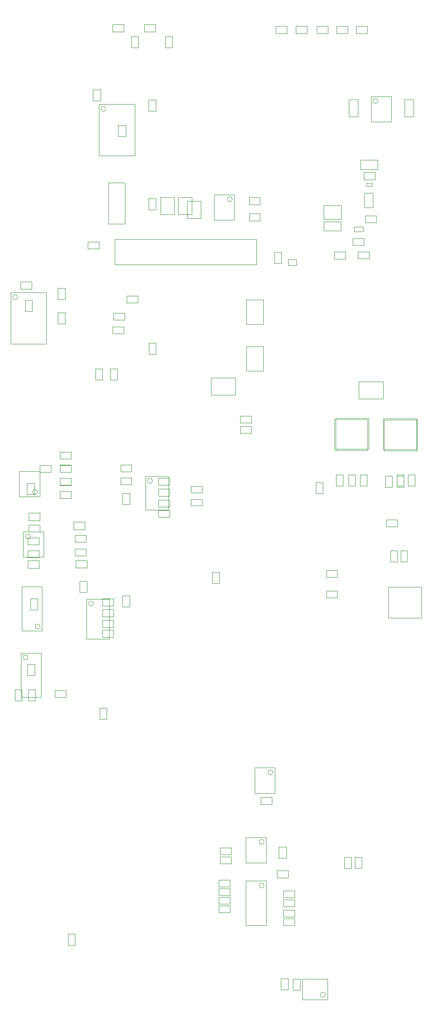
<source format=gbr>
G04 Layer_Color=16711935*
%FSLAX26Y26*%
%MOIN*%
%TF.FileFunction,Other,Mechanical_13*%
%TF.Part,Single*%
G01*
G75*
%TA.AperFunction,NonConductor*%
%ADD75C,0.003937*%
D75*
X2566001Y-1761056D02*
G03*
X2566001Y-1761056I-19685J0D01*
G01*
X2089623Y-910662D02*
G03*
X2089623Y-910662I-19685J0D01*
G01*
X2158521Y-31725D02*
G03*
X2158521Y-31725I-19685J0D01*
G01*
X2089623Y-572079D02*
G03*
X2089623Y-572079I-19685J0D01*
G01*
X1841591Y4423984D02*
G03*
X1841591Y4423984I-19685J0D01*
G01*
X269741Y1801740D02*
G03*
X269741Y1801740I-19685J0D01*
G01*
X345725Y1101543D02*
G03*
X345725Y1101543I-19685J0D01*
G01*
X857339Y5125755D02*
G03*
X857339Y5125755I-19685J0D01*
G01*
X325843Y2148393D02*
G03*
X325843Y2148393I-19685J0D01*
G01*
X251040Y862173D02*
G03*
X251040Y862173I-19685J0D01*
G01*
X170332Y3662566D02*
G03*
X170332Y3662566I-19685J0D01*
G01*
X1220528Y2234220D02*
G03*
X1220528Y2234220I-19685J0D01*
G01*
X760883Y1280283D02*
G03*
X760883Y1280283I-19685J0D01*
G01*
X2976678Y5186582D02*
G03*
X2976678Y5186582I-19685J0D01*
G01*
X616578Y-1373308D02*
X616578Y-1286694D01*
X563428Y-1373308D02*
X563428Y-1286694D01*
X563428Y-1373308D02*
X616578Y-1373308D01*
X563428Y-1286694D02*
X616578Y-1286694D01*
X926432Y3916504D02*
X926432Y4113354D01*
X926432Y3916504D02*
X2028796Y3916504D01*
X2028796Y4113354D01*
X926432Y4113354D02*
X2028796Y4113354D01*
X1266790Y2253708D02*
X1353404Y2253708D01*
X1266790Y2200558D02*
X1353404Y2200558D01*
X1353404Y2253708D01*
X1266790Y2200558D02*
X1266790Y2253708D01*
X2712654Y-776802D02*
X2712654Y-690188D01*
X2765804Y-776802D02*
X2765804Y-690188D01*
X2712654Y-690188D02*
X2765804Y-690188D01*
X2712654Y-776802D02*
X2765804Y-776802D01*
X2797298Y-776802D02*
X2850448Y-776802D01*
X2797298Y-690188D02*
X2850448Y-690188D01*
X2850448Y-776802D02*
X2850448Y-690188D01*
X2797298Y-776802D02*
X2797298Y-690188D01*
X2384898Y-1796488D02*
X2384898Y-1639008D01*
X2581748Y-1796488D02*
X2581748Y-1639008D01*
X2384898Y-1639008D02*
X2581748Y-1639008D01*
X2384898Y-1796488D02*
X2581748Y-1796488D01*
X2105370Y-1220702D02*
X2105370Y-876214D01*
X1947890Y-1220702D02*
X1947890Y-876214D01*
X2105370Y-876214D01*
X1947890Y-1220702D02*
X2105370Y-1220702D01*
X1246118Y3219258D02*
X1246118Y3305872D01*
X1192968Y3219258D02*
X1192968Y3305872D01*
X1192968Y3219258D02*
X1246118Y3219258D01*
X1192968Y3305872D02*
X1246118Y3305872D01*
X916394Y3484024D02*
X1003008Y3484024D01*
X916394Y3537172D02*
X1003008Y3537172D01*
X1003008Y3484024D02*
X1003008Y3537172D01*
X916394Y3484024D02*
X916394Y3537172D01*
X2963638Y4241896D02*
X2963638Y4295046D01*
X2877024Y4241896D02*
X2877024Y4295046D01*
X2963638Y4295046D01*
X2877024Y4241896D02*
X2963638Y4241896D01*
X2778364Y4066014D02*
X2778364Y4119164D01*
X2864978Y4066014D02*
X2864978Y4119164D01*
X2778364Y4066014D02*
X2864978Y4066014D01*
X2778364Y4119164D02*
X2864978Y4119164D01*
X2907978Y3961016D02*
X2907978Y4014166D01*
X2821362Y3961016D02*
X2821362Y4014166D01*
X2907978Y4014166D01*
X2821362Y3961016D02*
X2907978Y3961016D01*
X651632Y1368864D02*
X708718Y1368864D01*
X651632Y1455478D02*
X708718Y1455478D01*
X651632Y1368864D02*
X651632Y1455478D01*
X708718Y1368864D02*
X708718Y1455478D01*
X2277616Y3909378D02*
X2340608Y3909378D01*
X2277616Y3956622D02*
X2340608Y3956622D01*
X2340608Y3909378D02*
X2340608Y3956622D01*
X2277616Y3909378D02*
X2277616Y3956622D01*
X757928Y5187764D02*
X757928Y5274378D01*
X815014Y5187764D02*
X815014Y5274378D01*
X757928Y5274378D02*
X815014Y5274378D01*
X757928Y5187764D02*
X815014Y5187764D01*
X3038440Y1877724D02*
X3125054Y1877724D01*
X3038440Y1930872D02*
X3125054Y1930872D01*
X3125054Y1877724D02*
X3125054Y1930872D01*
X3038440Y1877724D02*
X3038440Y1930872D01*
X2573876Y1326544D02*
X2660490Y1326544D01*
X2573876Y1379694D02*
X2660490Y1379694D01*
X2573876Y1326544D02*
X2573876Y1379694D01*
X2660490Y1326544D02*
X2660490Y1379694D01*
X2573872Y1537174D02*
X2660486Y1537174D01*
X2573872Y1484024D02*
X2660486Y1484024D01*
X2660486Y1537174D01*
X2573872Y1484024D02*
X2573872Y1537174D01*
X2492182Y2136582D02*
X2492182Y2223196D01*
X2545332Y2136582D02*
X2545332Y2223196D01*
X2492182Y2223196D02*
X2545332Y2223196D01*
X2492182Y2136582D02*
X2545332Y2136582D01*
X1904584Y2737958D02*
X1991198Y2737958D01*
X1904584Y2684808D02*
X1991198Y2684808D01*
X1991198Y2737958D01*
X1904584Y2684808D02*
X1904584Y2737958D01*
X1904584Y2606072D02*
X1991198Y2606072D01*
X1904584Y2659222D02*
X1991198Y2659222D01*
X1904584Y2606072D02*
X1904584Y2659222D01*
X1991198Y2606072D02*
X1991198Y2659222D01*
X2313048Y-1725622D02*
X2370136Y-1725622D01*
X2313048Y-1639008D02*
X2370136Y-1639008D01*
X2370136Y-1725622D02*
X2370136Y-1639008D01*
X2313048Y-1725622D02*
X2313048Y-1639008D01*
X2218560Y-1721686D02*
X2275648Y-1721686D01*
X2218560Y-1635072D02*
X2275648Y-1635072D01*
X2275648Y-1721686D02*
X2275648Y-1635072D01*
X2218560Y-1721686D02*
X2218560Y-1635072D01*
X149664Y526344D02*
X202812Y526344D01*
X149664Y612958D02*
X202812Y612958D01*
X202812Y526344D02*
X202812Y612958D01*
X149664Y526344D02*
X149664Y612958D01*
X1055174Y5601148D02*
X1055174Y5687764D01*
X1108324Y5601148D02*
X1108324Y5687764D01*
X1055174Y5687764D02*
X1108324Y5687764D01*
X1055174Y5601148D02*
X1108324Y5601148D01*
X809094Y382284D02*
X862244Y382284D01*
X809094Y468898D02*
X862244Y468898D01*
X809094Y382284D02*
X809094Y468898D01*
X862244Y382284D02*
X862244Y468898D01*
X1685096Y1524378D02*
X1738246Y1524378D01*
X1685096Y1437764D02*
X1738246Y1437764D01*
X1738246Y1524378D01*
X1685096Y1437764D02*
X1685096Y1524378D01*
X2062364Y-225868D02*
X2148978Y-225868D01*
X2062364Y-282954D02*
X2148978Y-282954D01*
X2148978Y-225868D01*
X2062364Y-282954D02*
X2062364Y-225868D01*
X2016786Y-193142D02*
X2174266Y-193142D01*
X2016786Y3708D02*
X2174266Y3708D01*
X2016786Y-193142D02*
X2016786Y3708D01*
X2174266Y-193142D02*
X2174266Y3708D01*
X2190016Y-793536D02*
X2276630Y-793536D01*
X2190016Y-850624D02*
X2276630Y-850624D01*
X2276630Y-793536D01*
X2190016Y-850624D02*
X2190016Y-793536D01*
X2261868Y-698062D02*
X2261868Y-611448D01*
X2204780Y-698062D02*
X2204780Y-611448D01*
X2204780Y-698062D02*
X2261868Y-698062D01*
X2204780Y-611448D02*
X2261868Y-611448D01*
X1747102Y-671488D02*
X1833716Y-671488D01*
X1747102Y-618338D02*
X1833716Y-618338D01*
X1747102Y-671488D02*
X1747102Y-618338D01*
X1833716Y-671488D02*
X1833716Y-618338D01*
X1747104Y-687236D02*
X1833718Y-687236D01*
X1747104Y-740386D02*
X1833718Y-740386D01*
X1833718Y-687236D01*
X1747104Y-740386D02*
X1747104Y-687236D01*
X1735294Y-868336D02*
X1821908Y-868336D01*
X1735294Y-921486D02*
X1821908Y-921486D01*
X1821908Y-868336D01*
X1735294Y-921486D02*
X1735294Y-868336D01*
X1735292Y-988418D02*
X1821906Y-988418D01*
X1735292Y-935268D02*
X1821906Y-935268D01*
X1735292Y-988418D02*
X1735292Y-935268D01*
X1821906Y-988418D02*
X1821906Y-935268D01*
X1735292Y-1002196D02*
X1821906Y-1002196D01*
X1735292Y-1055346D02*
X1821906Y-1055346D01*
X1821906Y-1002196D01*
X1735292Y-1055346D02*
X1735292Y-1002196D01*
X1735292Y-1122278D02*
X1821906Y-1122278D01*
X1735292Y-1069128D02*
X1821906Y-1069128D01*
X1735292Y-1122278D02*
X1735292Y-1069128D01*
X1821906Y-1122278D02*
X1821906Y-1069128D01*
X2239230Y-952986D02*
X2325844Y-952986D01*
X2239230Y-1006136D02*
X2325844Y-1006136D01*
X2325844Y-952986D01*
X2239230Y-1006136D02*
X2239230Y-952986D01*
X2239228Y-1153772D02*
X2325842Y-1153772D01*
X2239228Y-1100622D02*
X2325842Y-1100622D01*
X2239228Y-1153772D02*
X2239228Y-1100622D01*
X2325842Y-1153772D02*
X2325842Y-1100622D01*
X2239230Y-1169518D02*
X2325844Y-1169518D01*
X2239230Y-1222668D02*
X2325844Y-1222668D01*
X2325844Y-1169518D01*
X2239230Y-1222668D02*
X2239230Y-1169518D01*
X2239228Y-1075034D02*
X2325842Y-1075034D01*
X2239228Y-1021884D02*
X2325842Y-1021884D01*
X2239228Y-1075034D02*
X2239228Y-1021884D01*
X2325842Y-1075034D02*
X2325842Y-1021884D01*
X1947890Y-733496D02*
X2105370Y-733496D01*
X1947890Y-536646D02*
X2105370Y-536646D01*
X1947890Y-733496D02*
X1947890Y-536646D01*
X2105370Y-733496D02*
X2105370Y-536646D01*
X546316Y550954D02*
X546316Y604102D01*
X459702Y550954D02*
X459702Y604102D01*
X459702Y550954D02*
X546316Y550954D01*
X459702Y604102D02*
X546316Y604102D01*
X1248088Y5109022D02*
X1248088Y5195636D01*
X1191002Y5109022D02*
X1191002Y5195636D01*
X1248088Y5195636D01*
X1191002Y5109022D02*
X1248088Y5109022D01*
X954778Y4998784D02*
X1011864Y4998784D01*
X954778Y4912170D02*
X1011864Y4912170D01*
X954778Y4912170D02*
X954778Y4998784D01*
X1011864Y4912170D02*
X1011864Y4998784D01*
X191984Y3782644D02*
X278598Y3782644D01*
X191984Y3725558D02*
X278598Y3725558D01*
X278598Y3782644D01*
X191984Y3725558D02*
X191984Y3782644D01*
X228402Y3639928D02*
X281552Y3639928D01*
X228402Y3553314D02*
X281552Y3553314D01*
X228402Y3553314D02*
X228402Y3639928D01*
X281552Y3553314D02*
X281552Y3639928D01*
X1521316Y2140322D02*
X1521316Y2193472D01*
X1607930Y2140322D02*
X1607930Y2193472D01*
X1521316Y2193472D02*
X1607930Y2193472D01*
X1521316Y2140322D02*
X1607930Y2140322D01*
X1521318Y2040322D02*
X1521318Y2093472D01*
X1607932Y2040322D02*
X1607932Y2093472D01*
X1521318Y2093472D02*
X1607932Y2093472D01*
X1521318Y2040322D02*
X1607932Y2040322D01*
X251040Y1613946D02*
X337654Y1613946D01*
X251040Y1556860D02*
X337654Y1556860D01*
X251040Y1556860D02*
X251040Y1613946D01*
X337654Y1556860D02*
X337654Y1613946D01*
X254978Y1838356D02*
X341592Y1838356D01*
X254978Y1891504D02*
X341592Y1891504D01*
X254978Y1838356D02*
X254978Y1891504D01*
X341592Y1838356D02*
X341592Y1891504D01*
X987124Y2051284D02*
X987124Y2137898D01*
X1044212Y2051284D02*
X1044212Y2137898D01*
X987124Y2051284D02*
X1044212Y2051284D01*
X987124Y2137898D02*
X1044212Y2137898D01*
X1676238Y2900362D02*
X1676238Y3034220D01*
X1865216Y2900362D02*
X1865216Y3034220D01*
X1676238Y2900362D02*
X1865216Y2900362D01*
X1676238Y3034220D02*
X1865216Y3034220D01*
X1699860Y4262566D02*
X1857340Y4262566D01*
X1699860Y4459418D02*
X1857340Y4459418D01*
X1699860Y4262566D02*
X1699860Y4459418D01*
X1857340Y4262566D02*
X1857340Y4459418D01*
X2058128Y4381660D02*
X2058128Y4438746D01*
X1971514Y4381660D02*
X1971514Y4438746D01*
X2058128Y4438746D01*
X1971514Y4381660D02*
X2058128Y4381660D01*
X2058126Y4253708D02*
X2058126Y4310794D01*
X1971512Y4253708D02*
X1971512Y4310794D01*
X2058126Y4310794D01*
X1971512Y4253708D02*
X2058126Y4253708D01*
X1489230Y4408236D02*
X1595530Y4408236D01*
X1489230Y4274378D02*
X1595530Y4274378D01*
X1489230Y4274378D02*
X1489230Y4408236D01*
X1595530Y4274378D02*
X1595530Y4408236D01*
X1156554Y5781266D02*
X1243168Y5781266D01*
X1156554Y5724180D02*
X1243168Y5724180D01*
X1243168Y5781266D01*
X1156554Y5724180D02*
X1156554Y5781266D01*
X2858320Y4171030D02*
X2858320Y4208432D01*
X2789422Y4171030D02*
X2789422Y4208432D01*
X2858320Y4208432D01*
X2789422Y4171030D02*
X2858320Y4171030D01*
X2951832Y4576542D02*
X2951832Y4633628D01*
X2865216Y4576542D02*
X2865216Y4633628D01*
X2951832Y4633628D01*
X2865216Y4576542D02*
X2951832Y4576542D01*
X2974602Y4656156D02*
X2974602Y4727022D01*
X2840742Y4656156D02*
X2840742Y4727022D01*
X2974602Y4727022D01*
X2840742Y4656156D02*
X2974602Y4656156D01*
X2635362Y3959048D02*
X2635362Y4016136D01*
X2721978Y3959048D02*
X2721978Y4016136D01*
X2635362Y3959048D02*
X2721978Y3959048D01*
X2635362Y4016136D02*
X2721978Y4016136D01*
X2887018Y4549402D02*
X2930326Y4549402D01*
X2887018Y4525780D02*
X2930326Y4525780D01*
X2930326Y4549402D01*
X2887018Y4525780D02*
X2887018Y4549402D01*
X3122102Y2282250D02*
X3175250Y2282250D01*
X3122102Y2195636D02*
X3175250Y2195636D01*
X3122102Y2195636D02*
X3122102Y2282250D01*
X3175250Y2195636D02*
X3175250Y2282250D01*
X3210686Y2195638D02*
X3263836Y2195638D01*
X3210686Y2282252D02*
X3263836Y2282252D01*
X3263836Y2195638D02*
X3263836Y2282252D01*
X3210686Y2195638D02*
X3210686Y2282252D01*
X2748086Y2282252D02*
X2801236Y2282252D01*
X2748086Y2195638D02*
X2801236Y2195638D01*
X2748086Y2195638D02*
X2748086Y2282252D01*
X2801236Y2195638D02*
X2801236Y2282252D01*
X2836668Y2195638D02*
X2889818Y2195638D01*
X2836668Y2282252D02*
X2889818Y2282252D01*
X2889818Y2195638D02*
X2889818Y2282252D01*
X2836668Y2195638D02*
X2836668Y2282252D01*
X1320922Y5601146D02*
X1374072Y5601146D01*
X1320922Y5687762D02*
X1374072Y5687762D01*
X1374072Y5601146D02*
X1374072Y5687762D01*
X1320922Y5601146D02*
X1320922Y5687762D01*
X3151630Y1691700D02*
X3204780Y1691700D01*
X3151630Y1605086D02*
X3204780Y1605086D01*
X3151630Y1605086D02*
X3151630Y1691700D01*
X3204780Y1605086D02*
X3204780Y1691700D01*
X3072890Y1691700D02*
X3126040Y1691700D01*
X3072890Y1605086D02*
X3126040Y1605086D01*
X3072890Y1605086D02*
X3072890Y1691700D01*
X3126040Y1605086D02*
X3126040Y1691700D01*
X2937066Y4357052D02*
X2937066Y4471226D01*
X2868168Y4357052D02*
X2868168Y4471226D01*
X2937066Y4471226D01*
X2868168Y4357052D02*
X2937066Y4357052D01*
X246120Y809810D02*
X303206Y809810D01*
X246120Y723196D02*
X303206Y723196D01*
X246120Y723196D02*
X246120Y809810D01*
X303206Y723196D02*
X303206Y809810D01*
X269742Y1317684D02*
X326828Y1317684D01*
X269742Y1231070D02*
X326828Y1231070D01*
X269742Y1231070D02*
X269742Y1317684D01*
X326828Y1231070D02*
X326828Y1317684D01*
X252026Y612960D02*
X305174Y612960D01*
X252026Y526346D02*
X305174Y526346D01*
X252026Y526346D02*
X252026Y612960D01*
X305174Y526346D02*
X305174Y612960D01*
X2827812Y2870834D02*
X2827812Y3004692D01*
X3016788Y2870834D02*
X3016788Y3004692D01*
X2827812Y2870834D02*
X3016788Y2870834D01*
X2827812Y3004692D02*
X3016788Y3004692D01*
X1949858Y3089338D02*
X2083718Y3089338D01*
X1949858Y3278314D02*
X2083718Y3278314D01*
X2083718Y3089338D02*
X2083718Y3278314D01*
X1949858Y3089338D02*
X1949858Y3278314D01*
X1949858Y3642486D02*
X2083716Y3642486D01*
X1949858Y3453510D02*
X2083716Y3453510D01*
X1949858Y3453510D02*
X1949858Y3642486D01*
X2083716Y3453510D02*
X2083716Y3642486D01*
X2168364Y4012568D02*
X2221514Y4012568D01*
X2168364Y3925952D02*
X2221514Y3925952D01*
X2168364Y3925952D02*
X2168364Y4012568D01*
X2221514Y3925952D02*
X2221514Y4012568D01*
X2645922Y2481070D02*
X2903402Y2481070D01*
X2645922Y2721032D02*
X2903402Y2721032D01*
X2903402Y2481070D02*
X2903402Y2721032D01*
X2645922Y2481070D02*
X2645922Y2721032D01*
X3017528Y2477920D02*
X3275008Y2477920D01*
X3017528Y2717880D02*
X3275008Y2717880D01*
X3275008Y2477920D02*
X3275008Y2717880D01*
X3017528Y2477920D02*
X3017528Y2717880D01*
X3056992Y1409418D02*
X3314472Y1409418D01*
X3056992Y1169458D02*
X3314472Y1169458D01*
X3056992Y1169458D02*
X3056992Y1409418D01*
X3314472Y1169458D02*
X3314472Y1409418D01*
X2808126Y5767486D02*
X2894740Y5767486D01*
X2808126Y5710400D02*
X2894740Y5710400D01*
X2894740Y5767486D01*
X2808126Y5710400D02*
X2808126Y5767486D01*
X2652614Y5767486D02*
X2739228Y5767486D01*
X2652614Y5710400D02*
X2739228Y5710400D01*
X2739228Y5767486D01*
X2652614Y5710400D02*
X2652614Y5767486D01*
X2335686Y5767486D02*
X2422300Y5767486D01*
X2335686Y5710400D02*
X2422300Y5710400D01*
X2422300Y5767486D01*
X2335686Y5710400D02*
X2335686Y5767486D01*
X2499072Y5767486D02*
X2585686Y5767486D01*
X2499072Y5710400D02*
X2585686Y5710400D01*
X2585686Y5767486D01*
X2499072Y5710400D02*
X2499072Y5767486D01*
X2179158Y5767486D02*
X2265772Y5767486D01*
X2179158Y5710400D02*
X2265772Y5710400D01*
X2265772Y5767486D01*
X2179158Y5710400D02*
X2179158Y5767486D01*
X910490Y5781268D02*
X997104Y5781268D01*
X910490Y5724182D02*
X997104Y5724182D01*
X997104Y5781268D01*
X910490Y5724182D02*
X910490Y5781268D01*
X1018626Y3673094D02*
X1105240Y3673094D01*
X1018626Y3619944D02*
X1105240Y3619944D01*
X1018626Y3619944D02*
X1018626Y3673094D01*
X1105240Y3619944D02*
X1105240Y3673094D01*
X214624Y1640322D02*
X372104Y1640322D01*
X214624Y1837172D02*
X372104Y1837172D01*
X372104Y1640322D02*
X372104Y1837172D01*
X214624Y1640322D02*
X214624Y1837172D01*
X203994Y1411582D02*
X361474Y1411582D01*
X203994Y1067094D02*
X361474Y1067094D01*
X203994Y1067094D02*
X203994Y1411582D01*
X361474Y1067094D02*
X361474Y1411582D01*
X1189034Y4343274D02*
X1246120Y4343274D01*
X1189034Y4429888D02*
X1246120Y4429888D01*
X1189034Y4343274D02*
X1189034Y4429888D01*
X1246120Y4343274D02*
X1246120Y4429888D01*
X1388834Y4303904D02*
X1388834Y4437764D01*
X1282536Y4303904D02*
X1282536Y4437764D01*
X1388834Y4437764D01*
X1282536Y4303904D02*
X1388834Y4303904D01*
X1420334Y4303906D02*
X1526632Y4303906D01*
X1420334Y4437764D02*
X1526632Y4437764D01*
X1420334Y4303906D02*
X1420334Y4437764D01*
X1526632Y4303906D02*
X1526632Y4437764D01*
X3253010Y5065714D02*
X3253010Y5199574D01*
X3182144Y5065714D02*
X3182144Y5199574D01*
X3253010Y5199574D01*
X3182144Y5065714D02*
X3253010Y5065714D01*
X2749072Y5065716D02*
X2819938Y5065716D01*
X2749072Y5199574D02*
X2819938Y5199574D01*
X2749072Y5065716D02*
X2749072Y5199574D01*
X2819938Y5065716D02*
X2819938Y5199574D01*
X802222Y4761582D02*
X802222Y5161188D01*
X1081750Y4761582D02*
X1081750Y5161188D01*
X802222Y5161188D02*
X1081750Y5161188D01*
X802222Y4761582D02*
X1081750Y4761582D01*
X2748088Y2195636D02*
X2801236Y2195636D01*
X2748088Y2282250D02*
X2801236Y2282250D01*
X2748088Y2195636D02*
X2748088Y2282250D01*
X2801236Y2195636D02*
X2801236Y2282250D01*
X2650096Y2195284D02*
X2703246Y2195284D01*
X2650096Y2281898D02*
X2703246Y2281898D01*
X2650096Y2195284D02*
X2650096Y2281898D01*
X2703246Y2195284D02*
X2703246Y2281898D01*
X3122102Y2185794D02*
X3175252Y2185794D01*
X3122102Y2272408D02*
X3175252Y2272408D01*
X3122102Y2185794D02*
X3122102Y2272408D01*
X3175252Y2185794D02*
X3175252Y2272408D01*
X3033520Y2185796D02*
X3086670Y2185796D01*
X3033520Y2272410D02*
X3086670Y2272410D01*
X3033520Y2185796D02*
X3033520Y2272410D01*
X3086670Y2185796D02*
X3086670Y2272410D01*
X3021954Y2470046D02*
X3279434Y2470046D01*
X3021954Y2710008D02*
X3279434Y2710008D01*
X3021954Y2470046D02*
X3021954Y2710008D01*
X3279434Y2470046D02*
X3279434Y2710008D01*
X2636078Y2471228D02*
X2893558Y2471228D01*
X2636078Y2711188D02*
X2893558Y2711188D01*
X2636078Y2471228D02*
X2636078Y2711188D01*
X2893558Y2471228D02*
X2893558Y2711188D01*
X499072Y2405282D02*
X585686Y2405282D01*
X499072Y2458432D02*
X585686Y2458432D01*
X585686Y2405282D02*
X585686Y2458432D01*
X499072Y2405282D02*
X499072Y2458432D01*
X499072Y2302922D02*
X585686Y2302922D01*
X499072Y2356070D02*
X585686Y2356070D01*
X585686Y2302922D02*
X585686Y2356070D01*
X499072Y2302922D02*
X499072Y2356070D01*
X499072Y2098196D02*
X585686Y2098196D01*
X499072Y2151346D02*
X585686Y2151346D01*
X585686Y2098196D02*
X585686Y2151346D01*
X499072Y2098196D02*
X499072Y2151346D01*
X499072Y2200558D02*
X585686Y2200558D01*
X499072Y2253708D02*
X585686Y2253708D01*
X585686Y2200558D02*
X585686Y2253708D01*
X499072Y2200558D02*
X499072Y2253708D01*
X775648Y3018470D02*
X775648Y3105084D01*
X828798Y3018470D02*
X828798Y3105084D01*
X775648Y3018470D02*
X828798Y3018470D01*
X775648Y3105084D02*
X828798Y3105084D01*
X893094Y3019284D02*
X893094Y3105898D01*
X946244Y3019284D02*
X946244Y3105898D01*
X893094Y3019284D02*
X946244Y3019284D01*
X893094Y3105898D02*
X946244Y3105898D01*
X908520Y3430872D02*
X995134Y3430872D01*
X908520Y3377722D02*
X995134Y3377722D01*
X908520Y3377722D02*
X908520Y3430872D01*
X995134Y3377722D02*
X995134Y3430872D01*
X616592Y1760208D02*
X703206Y1760208D01*
X616592Y1813356D02*
X703206Y1813356D01*
X616592Y1760208D02*
X616592Y1813356D01*
X703206Y1760208D02*
X703206Y1813356D01*
X606750Y1913750D02*
X693364Y1913750D01*
X606750Y1856664D02*
X693364Y1856664D01*
X693364Y1913750D01*
X606750Y1856664D02*
X606750Y1913750D01*
X616590Y1651942D02*
X703204Y1651942D01*
X616590Y1705090D02*
X703204Y1705090D01*
X616590Y1651942D02*
X616590Y1705090D01*
X703204Y1651942D02*
X703204Y1705090D01*
X711080Y1557452D02*
X711080Y1614540D01*
X624466Y1557452D02*
X624466Y1614540D01*
X711080Y1614540D01*
X624466Y1557452D02*
X711080Y1557452D01*
X2554190Y4248786D02*
X2688048Y4248786D01*
X2554190Y4177920D02*
X2688048Y4177920D01*
X2688048Y4248786D01*
X2554190Y4177920D02*
X2554190Y4248786D01*
X2554740Y4373740D02*
X2688598Y4373740D01*
X2554740Y4267440D02*
X2688598Y4267440D01*
X2688598Y4373740D01*
X2554740Y4267440D02*
X2554740Y4373740D01*
X971514Y2358040D02*
X1058128Y2358040D01*
X971514Y2304890D02*
X1058128Y2304890D01*
X1058128Y2358040D01*
X971514Y2304890D02*
X971514Y2358040D01*
X971514Y2259614D02*
X1058128Y2259614D01*
X971514Y2206464D02*
X1058128Y2206464D01*
X1058128Y2259614D01*
X971514Y2206464D02*
X971514Y2259614D01*
X336668Y1637172D02*
X336668Y1690320D01*
X250054Y1637172D02*
X250054Y1690320D01*
X336668Y1690320D01*
X250054Y1637172D02*
X336668Y1637172D01*
X250056Y1737174D02*
X336670Y1737174D01*
X250056Y1790322D02*
X336670Y1790322D01*
X250056Y1737174D02*
X250056Y1790322D01*
X336670Y1737174D02*
X336670Y1790322D01*
X341592Y2112960D02*
X341592Y2309810D01*
X184112Y2112960D02*
X184112Y2309810D01*
X184112Y2112960D02*
X341592Y2112960D01*
X184112Y2309810D02*
X341592Y2309810D01*
X1266790Y2173000D02*
X1353404Y2173000D01*
X1266790Y2115914D02*
X1353404Y2115914D01*
X1353404Y2173000D01*
X1266790Y2115914D02*
X1266790Y2173000D01*
X1266790Y2031270D02*
X1353404Y2031270D01*
X1266790Y2084420D02*
X1353404Y2084420D01*
X1266790Y2031270D02*
X1266790Y2084420D01*
X1353404Y2031270D02*
X1353404Y2084420D01*
X1266790Y2005676D02*
X1353404Y2005676D01*
X1266790Y1952528D02*
X1353404Y1952528D01*
X1353404Y2005676D01*
X1266790Y1952528D02*
X1266790Y2005676D01*
X499074Y2458436D02*
X585688Y2458436D01*
X499074Y2405286D02*
X585688Y2405286D01*
X585688Y2458436D01*
X499074Y2405286D02*
X499074Y2458436D01*
X585684Y2300952D02*
X585684Y2358038D01*
X499070Y2300952D02*
X499070Y2358038D01*
X585684Y2358038D01*
X499070Y2300952D02*
X585684Y2300952D01*
X585686Y2198590D02*
X585686Y2255676D01*
X499072Y2198590D02*
X499072Y2255676D01*
X585686Y2255676D01*
X499072Y2198590D02*
X585686Y2198590D01*
X499074Y2151348D02*
X585688Y2151348D01*
X499074Y2098198D02*
X585688Y2098198D01*
X585688Y2151348D01*
X499074Y2098198D02*
X499074Y2151348D01*
X341592Y2356070D02*
X428206Y2356070D01*
X341592Y2302920D02*
X428206Y2302920D01*
X428206Y2356070D01*
X341592Y2302920D02*
X341592Y2356070D01*
X916396Y1096230D02*
X916396Y1153316D01*
X829782Y1096230D02*
X829782Y1153316D01*
X916396Y1153316D01*
X829782Y1096230D02*
X916396Y1096230D01*
X916394Y1017488D02*
X916394Y1074574D01*
X829780Y1017488D02*
X829780Y1074574D01*
X916394Y1074574D01*
X829780Y1017488D02*
X916394Y1017488D01*
X916396Y1178906D02*
X916396Y1235992D01*
X829782Y1178906D02*
X829782Y1235992D01*
X916396Y1235992D01*
X829782Y1178906D02*
X916396Y1178906D01*
X916396Y1261584D02*
X916396Y1318670D01*
X829782Y1261584D02*
X829782Y1318670D01*
X916396Y1318670D01*
X829782Y1261584D02*
X916396Y1261584D01*
X986276Y1254692D02*
X1043362Y1254692D01*
X986276Y1341306D02*
X1043362Y1341306D01*
X986276Y1254692D02*
X986276Y1341306D01*
X1043362Y1254692D02*
X1043362Y1341306D01*
X254978Y1984022D02*
X341592Y1984022D01*
X254978Y1926936D02*
X341592Y1926936D01*
X341592Y1984022D01*
X254978Y1926936D02*
X254978Y1984022D01*
X195922Y552134D02*
X353402Y552134D01*
X195922Y896622D02*
X353402Y896622D01*
X353402Y552134D02*
X353402Y896622D01*
X195922Y552134D02*
X195922Y896622D01*
X242182Y2128710D02*
X299270Y2128710D01*
X242182Y2215324D02*
X299270Y2215324D01*
X299270Y2128710D02*
X299270Y2215324D01*
X242182Y2128710D02*
X242182Y2215324D01*
X115216Y3298392D02*
X115216Y3698000D01*
X394742Y3298392D02*
X394742Y3698000D01*
X115216Y3698000D02*
X394742Y3698000D01*
X115216Y3298392D02*
X394742Y3298392D01*
X482340Y3644454D02*
X482340Y3731068D01*
X539426Y3644454D02*
X539426Y3731068D01*
X482340Y3731068D02*
X539426Y3731068D01*
X482340Y3644454D02*
X539426Y3644454D01*
X482342Y3542094D02*
X539428Y3542094D01*
X482342Y3455480D02*
X539428Y3455480D01*
X482342Y3455480D02*
X482342Y3542094D01*
X539428Y3455480D02*
X539428Y3542094D01*
X715610Y4039140D02*
X715610Y4092290D01*
X802224Y4039140D02*
X802224Y4092290D01*
X715610Y4039140D02*
X802224Y4039140D01*
X715610Y4092290D02*
X802224Y4092290D01*
X878008Y4550558D02*
X1005962Y4550558D01*
X878008Y4230480D02*
X1005962Y4230480D01*
X1005962Y4550558D01*
X878008Y4230480D02*
X878008Y4550558D01*
X1165410Y2009810D02*
X1342576Y2009810D01*
X1165410Y2269654D02*
X1342576Y2269654D01*
X1342576Y2009810D02*
X1342576Y2269654D01*
X1165410Y2009810D02*
X1165410Y2269654D01*
X705764Y1004692D02*
X882930Y1004692D01*
X705764Y1315716D02*
X882930Y1315716D01*
X882930Y1004692D02*
X882930Y1315716D01*
X705764Y1004692D02*
X705764Y1315716D01*
X2921560Y5025164D02*
X2921560Y5222016D01*
X3079040Y5025164D02*
X3079040Y5222016D01*
X2921560Y5222016D02*
X3079040Y5222016D01*
X2921560Y5025164D02*
X3079040Y5025164D01*
%TF.MD5,88984c3a25f4bf7d3c72225688121881*%
M02*

</source>
